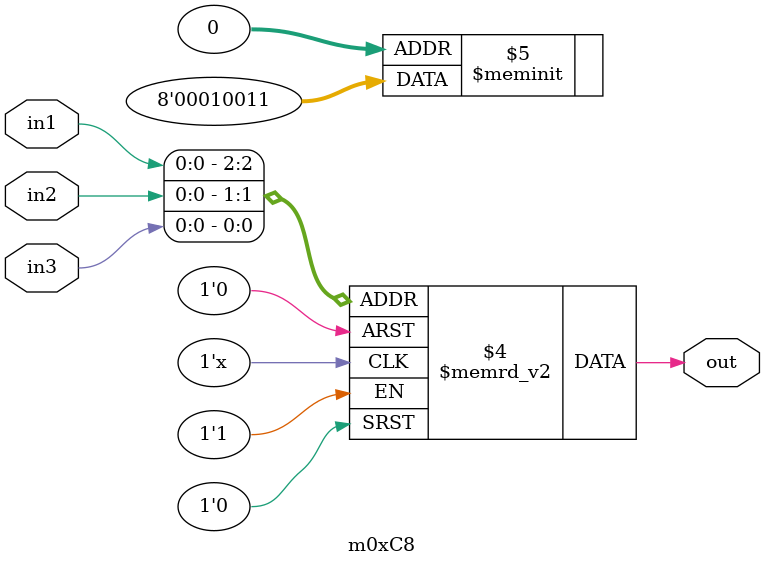
<source format=v>
module m0xC8(output out, input in1, in2, in3);

   always @(in1, in2, in3)
     begin
        case({in1, in2, in3})
          3'b000: {out} = 1'b1;
          3'b001: {out} = 1'b1;
          3'b010: {out} = 1'b0;
          3'b011: {out} = 1'b0;
          3'b100: {out} = 1'b1;
          3'b101: {out} = 1'b0;
          3'b110: {out} = 1'b0;
          3'b111: {out} = 1'b0;
        endcase // case ({in1, in2, in3})
     end // always @ (in1, in2, in3)

endmodule // m0xC8
</source>
